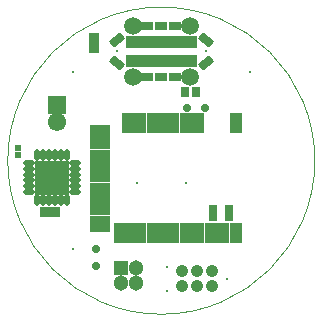
<source format=gts>
G04*
G04 #@! TF.GenerationSoftware,Altium Limited,Altium Designer,19.0.14 (431)*
G04*
G04 Layer_Color=8388736*
%FSLAX25Y25*%
%MOIN*%
G70*
G01*
G75*
%ADD14C,0.00050*%
%ADD31C,0.02769*%
%ADD32C,0.04198*%
%ADD33O,0.03950X0.01784*%
%ADD34O,0.01784X0.03950*%
%ADD35R,0.11351X0.11351*%
%ADD36R,0.02769X0.05524*%
%ADD37R,0.04343X0.07099*%
%ADD38R,0.02769X0.07099*%
%ADD39R,0.07099X0.02769*%
%ADD40R,0.03123X0.03241*%
G04:AMPARAMS|DCode=41|XSize=48.55mil|YSize=27.69mil|CornerRadius=0mil|HoleSize=0mil|Usage=FLASHONLY|Rotation=141.000|XOffset=0mil|YOffset=0mil|HoleType=Round|Shape=Rectangle|*
%AMROTATEDRECTD41*
4,1,4,0.02758,-0.00452,0.01015,-0.02604,-0.02758,0.00452,-0.01015,0.02604,0.02758,-0.00452,0.0*
%
%ADD41ROTATEDRECTD41*%

%ADD42R,0.01981X0.04147*%
%ADD43R,0.04028X0.02965*%
G04:AMPARAMS|DCode=44|XSize=48.55mil|YSize=27.69mil|CornerRadius=0mil|HoleSize=0mil|Usage=FLASHONLY|Rotation=219.000|XOffset=0mil|YOffset=0mil|HoleType=Round|Shape=Rectangle|*
%AMROTATEDRECTD44*
4,1,4,0.01015,0.02604,0.02758,0.00452,-0.01015,-0.02604,-0.02758,-0.00452,0.01015,0.02604,0.0*
%
%ADD44ROTATEDRECTD44*%

%ADD45R,0.03241X0.03398*%
%ADD46R,0.02375X0.01981*%
%ADD47R,0.03398X0.03241*%
%ADD48C,0.00800*%
%ADD49R,0.06115X0.06115*%
%ADD50C,0.06115*%
%ADD51C,0.05131*%
%ADD52R,0.05131X0.05131*%
%ADD53C,0.05918*%
D14*
X51181Y0D02*
G03*
X51181Y0I-51181J0D01*
G01*
D31*
X8650Y17717D02*
D03*
X-21654Y-29528D02*
D03*
Y-35039D02*
D03*
X14567Y17717D02*
D03*
D32*
X6811Y-41870D02*
D03*
Y-36870D02*
D03*
X11811Y-41870D02*
D03*
Y-36870D02*
D03*
X16811Y-41870D02*
D03*
Y-36870D02*
D03*
D33*
X-28839Y-10531D02*
D03*
Y-8563D02*
D03*
Y-689D02*
D03*
Y-4626D02*
D03*
Y-2657D02*
D03*
Y-6594D02*
D03*
X-43996Y-10531D02*
D03*
Y-8563D02*
D03*
Y-2657D02*
D03*
Y-6594D02*
D03*
Y-4626D02*
D03*
Y-689D02*
D03*
D34*
X-31496Y-13189D02*
D03*
X-33465Y1969D02*
D03*
X-31496D02*
D03*
X-39370Y-13189D02*
D03*
X-41339D02*
D03*
X-33465D02*
D03*
X-37402D02*
D03*
X-35433D02*
D03*
Y1969D02*
D03*
X-37402D02*
D03*
X-41339D02*
D03*
X-39370D02*
D03*
D35*
X-36417Y-5610D02*
D03*
D36*
X17126Y-17323D02*
D03*
X22638D02*
D03*
D37*
X24803Y-24213D02*
D03*
Y12402D02*
D03*
D38*
X21260Y-24213D02*
D03*
X18504D02*
D03*
X15748D02*
D03*
X12992D02*
D03*
X10236D02*
D03*
X7480D02*
D03*
X4724D02*
D03*
X1969D02*
D03*
X-787D02*
D03*
X-3543D02*
D03*
X-6299D02*
D03*
X-9055D02*
D03*
X-11811D02*
D03*
X-14567D02*
D03*
X-11811Y12402D02*
D03*
X-9055D02*
D03*
X-6299D02*
D03*
X-3543D02*
D03*
X-787D02*
D03*
X1969D02*
D03*
X4724D02*
D03*
X7480D02*
D03*
X10236D02*
D03*
X12992D02*
D03*
D39*
X-20276Y-22441D02*
D03*
Y-19685D02*
D03*
Y-16929D02*
D03*
Y-14173D02*
D03*
Y-11417D02*
D03*
Y-8661D02*
D03*
Y-5906D02*
D03*
Y-3150D02*
D03*
Y-394D02*
D03*
Y2362D02*
D03*
Y5118D02*
D03*
Y7874D02*
D03*
Y10630D02*
D03*
D40*
X11634Y22835D02*
D03*
X8051D02*
D03*
D41*
X-14842Y32480D02*
D03*
X14842Y40354D02*
D03*
D42*
X-10827Y33150D02*
D03*
X-6890D02*
D03*
X-8858D02*
D03*
X-2953D02*
D03*
X-4921D02*
D03*
X-8858Y39685D02*
D03*
X-10827D02*
D03*
X-6890D02*
D03*
X-4921D02*
D03*
X-2953D02*
D03*
X-984Y33150D02*
D03*
X984D02*
D03*
X2953D02*
D03*
X6890D02*
D03*
X4921D02*
D03*
X8858D02*
D03*
X10827D02*
D03*
X-984Y39685D02*
D03*
X984D02*
D03*
X2953D02*
D03*
X4921D02*
D03*
X10827D02*
D03*
X6890D02*
D03*
X8858D02*
D03*
D43*
X0Y27953D02*
D03*
X-4724D02*
D03*
X0Y44882D02*
D03*
X-4724D02*
D03*
X4724Y27953D02*
D03*
Y44882D02*
D03*
D44*
X-14842Y40354D02*
D03*
X14842Y32480D02*
D03*
D45*
X-22343Y41004D02*
D03*
Y37539D02*
D03*
D46*
X-47638Y1974D02*
D03*
Y4336D02*
D03*
D47*
X-35433Y-17165D02*
D03*
X-38898D02*
D03*
D48*
X8268Y-7283D02*
D03*
X-8268D02*
D03*
X1811Y-35370D02*
D03*
Y-43370D02*
D03*
X21811Y-39370D02*
D03*
X-14764Y36417D02*
D03*
X14764D02*
D03*
X29528Y29528D02*
D03*
X-29528D02*
D03*
Y-29528D02*
D03*
D49*
X-34646Y18701D02*
D03*
D50*
Y12795D02*
D03*
D51*
X-8327Y-40689D02*
D03*
X-13327D02*
D03*
X-8327Y-35689D02*
D03*
D52*
X-13327D02*
D03*
D53*
X-9449Y27953D02*
D03*
Y44882D02*
D03*
X9449Y27953D02*
D03*
Y44882D02*
D03*
M02*

</source>
